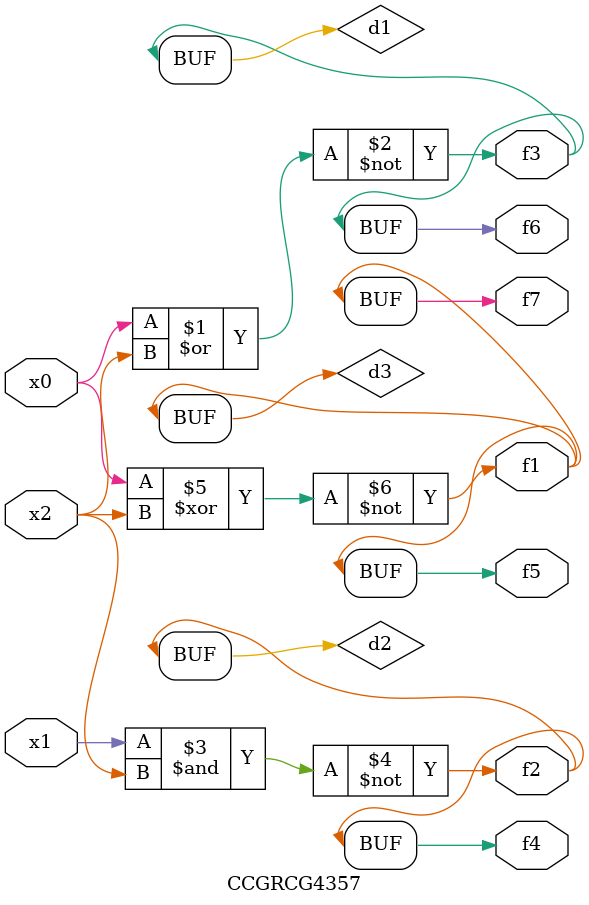
<source format=v>
module CCGRCG4357(
	input x0, x1, x2,
	output f1, f2, f3, f4, f5, f6, f7
);

	wire d1, d2, d3;

	nor (d1, x0, x2);
	nand (d2, x1, x2);
	xnor (d3, x0, x2);
	assign f1 = d3;
	assign f2 = d2;
	assign f3 = d1;
	assign f4 = d2;
	assign f5 = d3;
	assign f6 = d1;
	assign f7 = d3;
endmodule

</source>
